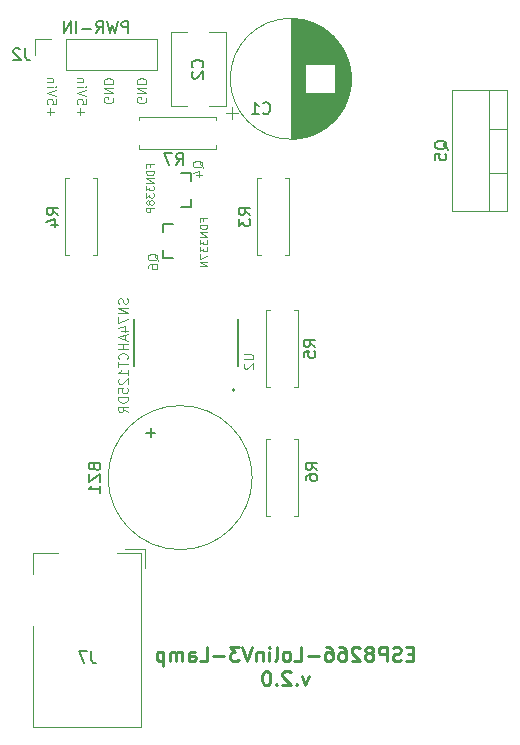
<source format=gbo>
G04 #@! TF.GenerationSoftware,KiCad,Pcbnew,5.0.2-bee76a0~70~ubuntu18.04.1*
G04 #@! TF.CreationDate,2020-02-03T20:23:13+01:00*
G04 #@! TF.ProjectId,ESP8266-LolinV3-Lamp,45535038-3236-4362-9d4c-6f6c696e5633,2.0*
G04 #@! TF.SameCoordinates,Original*
G04 #@! TF.FileFunction,Legend,Bot*
G04 #@! TF.FilePolarity,Positive*
%FSLAX46Y46*%
G04 Gerber Fmt 4.6, Leading zero omitted, Abs format (unit mm)*
G04 Created by KiCad (PCBNEW 5.0.2-bee76a0~70~ubuntu18.04.1) date lun 03 feb 2020 20:23:13 CET*
%MOMM*%
%LPD*%
G01*
G04 APERTURE LIST*
%ADD10C,0.150000*%
%ADD11C,0.120000*%
%ADD12C,0.250000*%
%ADD13C,0.200000*%
%ADD14C,0.127000*%
%ADD15C,0.203200*%
%ADD16C,0.050000*%
G04 APERTURE END LIST*
D10*
X154352285Y-50236380D02*
X154352285Y-49236380D01*
X153971333Y-49236380D01*
X153876095Y-49284000D01*
X153828476Y-49331619D01*
X153780857Y-49426857D01*
X153780857Y-49569714D01*
X153828476Y-49664952D01*
X153876095Y-49712571D01*
X153971333Y-49760190D01*
X154352285Y-49760190D01*
X153447523Y-49236380D02*
X153209428Y-50236380D01*
X153018952Y-49522095D01*
X152828476Y-50236380D01*
X152590380Y-49236380D01*
X151638000Y-50236380D02*
X151971333Y-49760190D01*
X152209428Y-50236380D02*
X152209428Y-49236380D01*
X151828476Y-49236380D01*
X151733238Y-49284000D01*
X151685619Y-49331619D01*
X151638000Y-49426857D01*
X151638000Y-49569714D01*
X151685619Y-49664952D01*
X151733238Y-49712571D01*
X151828476Y-49760190D01*
X152209428Y-49760190D01*
X151209428Y-49855428D02*
X150447523Y-49855428D01*
X149971333Y-50236380D02*
X149971333Y-49236380D01*
X149495142Y-50236380D02*
X149495142Y-49236380D01*
X148923714Y-50236380D01*
X148923714Y-49236380D01*
D11*
X147770857Y-57206952D02*
X147770857Y-56597428D01*
X147466095Y-56902190D02*
X148075619Y-56902190D01*
X148266095Y-55835523D02*
X148266095Y-56216476D01*
X147885142Y-56254571D01*
X147923238Y-56216476D01*
X147961333Y-56140285D01*
X147961333Y-55949809D01*
X147923238Y-55873619D01*
X147885142Y-55835523D01*
X147808952Y-55797428D01*
X147618476Y-55797428D01*
X147542285Y-55835523D01*
X147504190Y-55873619D01*
X147466095Y-55949809D01*
X147466095Y-56140285D01*
X147504190Y-56216476D01*
X147542285Y-56254571D01*
X148266095Y-55568857D02*
X147466095Y-55302190D01*
X148266095Y-55035523D01*
X147466095Y-54768857D02*
X147999428Y-54768857D01*
X148266095Y-54768857D02*
X148228000Y-54806952D01*
X148189904Y-54768857D01*
X148228000Y-54730761D01*
X148266095Y-54768857D01*
X148189904Y-54768857D01*
X147999428Y-54387904D02*
X147466095Y-54387904D01*
X147923238Y-54387904D02*
X147961333Y-54349809D01*
X147999428Y-54273619D01*
X147999428Y-54159333D01*
X147961333Y-54083142D01*
X147885142Y-54045047D01*
X147466095Y-54045047D01*
X150310857Y-57206952D02*
X150310857Y-56597428D01*
X150006095Y-56902190D02*
X150615619Y-56902190D01*
X150806095Y-55835523D02*
X150806095Y-56216476D01*
X150425142Y-56254571D01*
X150463238Y-56216476D01*
X150501333Y-56140285D01*
X150501333Y-55949809D01*
X150463238Y-55873619D01*
X150425142Y-55835523D01*
X150348952Y-55797428D01*
X150158476Y-55797428D01*
X150082285Y-55835523D01*
X150044190Y-55873619D01*
X150006095Y-55949809D01*
X150006095Y-56140285D01*
X150044190Y-56216476D01*
X150082285Y-56254571D01*
X150806095Y-55568857D02*
X150006095Y-55302190D01*
X150806095Y-55035523D01*
X150006095Y-54768857D02*
X150539428Y-54768857D01*
X150806095Y-54768857D02*
X150768000Y-54806952D01*
X150729904Y-54768857D01*
X150768000Y-54730761D01*
X150806095Y-54768857D01*
X150729904Y-54768857D01*
X150539428Y-54387904D02*
X150006095Y-54387904D01*
X150463238Y-54387904D02*
X150501333Y-54349809D01*
X150539428Y-54273619D01*
X150539428Y-54159333D01*
X150501333Y-54083142D01*
X150425142Y-54045047D01*
X150006095Y-54045047D01*
X155848000Y-55727523D02*
X155886095Y-55803714D01*
X155886095Y-55918000D01*
X155848000Y-56032285D01*
X155771809Y-56108476D01*
X155695619Y-56146571D01*
X155543238Y-56184666D01*
X155428952Y-56184666D01*
X155276571Y-56146571D01*
X155200380Y-56108476D01*
X155124190Y-56032285D01*
X155086095Y-55918000D01*
X155086095Y-55841809D01*
X155124190Y-55727523D01*
X155162285Y-55689428D01*
X155428952Y-55689428D01*
X155428952Y-55841809D01*
X155086095Y-55346571D02*
X155886095Y-55346571D01*
X155086095Y-54889428D01*
X155886095Y-54889428D01*
X155086095Y-54508476D02*
X155886095Y-54508476D01*
X155886095Y-54318000D01*
X155848000Y-54203714D01*
X155771809Y-54127523D01*
X155695619Y-54089428D01*
X155543238Y-54051333D01*
X155428952Y-54051333D01*
X155276571Y-54089428D01*
X155200380Y-54127523D01*
X155124190Y-54203714D01*
X155086095Y-54318000D01*
X155086095Y-54508476D01*
X153054000Y-55727523D02*
X153092095Y-55803714D01*
X153092095Y-55918000D01*
X153054000Y-56032285D01*
X152977809Y-56108476D01*
X152901619Y-56146571D01*
X152749238Y-56184666D01*
X152634952Y-56184666D01*
X152482571Y-56146571D01*
X152406380Y-56108476D01*
X152330190Y-56032285D01*
X152292095Y-55918000D01*
X152292095Y-55841809D01*
X152330190Y-55727523D01*
X152368285Y-55689428D01*
X152634952Y-55689428D01*
X152634952Y-55841809D01*
X152292095Y-55346571D02*
X153092095Y-55346571D01*
X152292095Y-54889428D01*
X153092095Y-54889428D01*
X152292095Y-54508476D02*
X153092095Y-54508476D01*
X153092095Y-54318000D01*
X153054000Y-54203714D01*
X152977809Y-54127523D01*
X152901619Y-54089428D01*
X152749238Y-54051333D01*
X152634952Y-54051333D01*
X152482571Y-54089428D01*
X152406380Y-54127523D01*
X152330190Y-54203714D01*
X152292095Y-54318000D01*
X152292095Y-54508476D01*
D12*
X178468571Y-102775285D02*
X178068571Y-102775285D01*
X177897142Y-103403857D02*
X178468571Y-103403857D01*
X178468571Y-102203857D01*
X177897142Y-102203857D01*
X177440000Y-103346714D02*
X177268571Y-103403857D01*
X176982857Y-103403857D01*
X176868571Y-103346714D01*
X176811428Y-103289571D01*
X176754285Y-103175285D01*
X176754285Y-103061000D01*
X176811428Y-102946714D01*
X176868571Y-102889571D01*
X176982857Y-102832428D01*
X177211428Y-102775285D01*
X177325714Y-102718142D01*
X177382857Y-102661000D01*
X177440000Y-102546714D01*
X177440000Y-102432428D01*
X177382857Y-102318142D01*
X177325714Y-102261000D01*
X177211428Y-102203857D01*
X176925714Y-102203857D01*
X176754285Y-102261000D01*
X176240000Y-103403857D02*
X176240000Y-102203857D01*
X175782857Y-102203857D01*
X175668571Y-102261000D01*
X175611428Y-102318142D01*
X175554285Y-102432428D01*
X175554285Y-102603857D01*
X175611428Y-102718142D01*
X175668571Y-102775285D01*
X175782857Y-102832428D01*
X176240000Y-102832428D01*
X174868571Y-102718142D02*
X174982857Y-102661000D01*
X175040000Y-102603857D01*
X175097142Y-102489571D01*
X175097142Y-102432428D01*
X175040000Y-102318142D01*
X174982857Y-102261000D01*
X174868571Y-102203857D01*
X174640000Y-102203857D01*
X174525714Y-102261000D01*
X174468571Y-102318142D01*
X174411428Y-102432428D01*
X174411428Y-102489571D01*
X174468571Y-102603857D01*
X174525714Y-102661000D01*
X174640000Y-102718142D01*
X174868571Y-102718142D01*
X174982857Y-102775285D01*
X175040000Y-102832428D01*
X175097142Y-102946714D01*
X175097142Y-103175285D01*
X175040000Y-103289571D01*
X174982857Y-103346714D01*
X174868571Y-103403857D01*
X174640000Y-103403857D01*
X174525714Y-103346714D01*
X174468571Y-103289571D01*
X174411428Y-103175285D01*
X174411428Y-102946714D01*
X174468571Y-102832428D01*
X174525714Y-102775285D01*
X174640000Y-102718142D01*
X173954285Y-102318142D02*
X173897142Y-102261000D01*
X173782857Y-102203857D01*
X173497142Y-102203857D01*
X173382857Y-102261000D01*
X173325714Y-102318142D01*
X173268571Y-102432428D01*
X173268571Y-102546714D01*
X173325714Y-102718142D01*
X174011428Y-103403857D01*
X173268571Y-103403857D01*
X172240000Y-102203857D02*
X172468571Y-102203857D01*
X172582857Y-102261000D01*
X172640000Y-102318142D01*
X172754285Y-102489571D01*
X172811428Y-102718142D01*
X172811428Y-103175285D01*
X172754285Y-103289571D01*
X172697142Y-103346714D01*
X172582857Y-103403857D01*
X172354285Y-103403857D01*
X172240000Y-103346714D01*
X172182857Y-103289571D01*
X172125714Y-103175285D01*
X172125714Y-102889571D01*
X172182857Y-102775285D01*
X172240000Y-102718142D01*
X172354285Y-102661000D01*
X172582857Y-102661000D01*
X172697142Y-102718142D01*
X172754285Y-102775285D01*
X172811428Y-102889571D01*
X171097142Y-102203857D02*
X171325714Y-102203857D01*
X171440000Y-102261000D01*
X171497142Y-102318142D01*
X171611428Y-102489571D01*
X171668571Y-102718142D01*
X171668571Y-103175285D01*
X171611428Y-103289571D01*
X171554285Y-103346714D01*
X171440000Y-103403857D01*
X171211428Y-103403857D01*
X171097142Y-103346714D01*
X171040000Y-103289571D01*
X170982857Y-103175285D01*
X170982857Y-102889571D01*
X171040000Y-102775285D01*
X171097142Y-102718142D01*
X171211428Y-102661000D01*
X171440000Y-102661000D01*
X171554285Y-102718142D01*
X171611428Y-102775285D01*
X171668571Y-102889571D01*
X170468571Y-102946714D02*
X169554285Y-102946714D01*
X168411428Y-103403857D02*
X168982857Y-103403857D01*
X168982857Y-102203857D01*
X167840000Y-103403857D02*
X167954285Y-103346714D01*
X168011428Y-103289571D01*
X168068571Y-103175285D01*
X168068571Y-102832428D01*
X168011428Y-102718142D01*
X167954285Y-102661000D01*
X167840000Y-102603857D01*
X167668571Y-102603857D01*
X167554285Y-102661000D01*
X167497142Y-102718142D01*
X167440000Y-102832428D01*
X167440000Y-103175285D01*
X167497142Y-103289571D01*
X167554285Y-103346714D01*
X167668571Y-103403857D01*
X167840000Y-103403857D01*
X166754285Y-103403857D02*
X166868571Y-103346714D01*
X166925714Y-103232428D01*
X166925714Y-102203857D01*
X166297142Y-103403857D02*
X166297142Y-102603857D01*
X166297142Y-102203857D02*
X166354285Y-102261000D01*
X166297142Y-102318142D01*
X166240000Y-102261000D01*
X166297142Y-102203857D01*
X166297142Y-102318142D01*
X165725714Y-102603857D02*
X165725714Y-103403857D01*
X165725714Y-102718142D02*
X165668571Y-102661000D01*
X165554285Y-102603857D01*
X165382857Y-102603857D01*
X165268571Y-102661000D01*
X165211428Y-102775285D01*
X165211428Y-103403857D01*
X164811428Y-102203857D02*
X164411428Y-103403857D01*
X164011428Y-102203857D01*
X163725714Y-102203857D02*
X162982857Y-102203857D01*
X163382857Y-102661000D01*
X163211428Y-102661000D01*
X163097142Y-102718142D01*
X163040000Y-102775285D01*
X162982857Y-102889571D01*
X162982857Y-103175285D01*
X163040000Y-103289571D01*
X163097142Y-103346714D01*
X163211428Y-103403857D01*
X163554285Y-103403857D01*
X163668571Y-103346714D01*
X163725714Y-103289571D01*
X162468571Y-102946714D02*
X161554285Y-102946714D01*
X160411428Y-103403857D02*
X160982857Y-103403857D01*
X160982857Y-102203857D01*
X159497142Y-103403857D02*
X159497142Y-102775285D01*
X159554285Y-102661000D01*
X159668571Y-102603857D01*
X159897142Y-102603857D01*
X160011428Y-102661000D01*
X159497142Y-103346714D02*
X159611428Y-103403857D01*
X159897142Y-103403857D01*
X160011428Y-103346714D01*
X160068571Y-103232428D01*
X160068571Y-103118142D01*
X160011428Y-103003857D01*
X159897142Y-102946714D01*
X159611428Y-102946714D01*
X159497142Y-102889571D01*
X158925714Y-103403857D02*
X158925714Y-102603857D01*
X158925714Y-102718142D02*
X158868571Y-102661000D01*
X158754285Y-102603857D01*
X158582857Y-102603857D01*
X158468571Y-102661000D01*
X158411428Y-102775285D01*
X158411428Y-103403857D01*
X158411428Y-102775285D02*
X158354285Y-102661000D01*
X158240000Y-102603857D01*
X158068571Y-102603857D01*
X157954285Y-102661000D01*
X157897142Y-102775285D01*
X157897142Y-103403857D01*
X157325714Y-102603857D02*
X157325714Y-103803857D01*
X157325714Y-102661000D02*
X157211428Y-102603857D01*
X156982857Y-102603857D01*
X156868571Y-102661000D01*
X156811428Y-102718142D01*
X156754285Y-102832428D01*
X156754285Y-103175285D01*
X156811428Y-103289571D01*
X156868571Y-103346714D01*
X156982857Y-103403857D01*
X157211428Y-103403857D01*
X157325714Y-103346714D01*
X169640000Y-104653857D02*
X169354285Y-105453857D01*
X169068571Y-104653857D01*
X168611428Y-105339571D02*
X168554285Y-105396714D01*
X168611428Y-105453857D01*
X168668571Y-105396714D01*
X168611428Y-105339571D01*
X168611428Y-105453857D01*
X168097142Y-104368142D02*
X168040000Y-104311000D01*
X167925714Y-104253857D01*
X167640000Y-104253857D01*
X167525714Y-104311000D01*
X167468571Y-104368142D01*
X167411428Y-104482428D01*
X167411428Y-104596714D01*
X167468571Y-104768142D01*
X168154285Y-105453857D01*
X167411428Y-105453857D01*
X166897142Y-105339571D02*
X166840000Y-105396714D01*
X166897142Y-105453857D01*
X166954285Y-105396714D01*
X166897142Y-105339571D01*
X166897142Y-105453857D01*
X166097142Y-104253857D02*
X165982857Y-104253857D01*
X165868571Y-104311000D01*
X165811428Y-104368142D01*
X165754285Y-104482428D01*
X165697142Y-104711000D01*
X165697142Y-104996714D01*
X165754285Y-105225285D01*
X165811428Y-105339571D01*
X165868571Y-105396714D01*
X165982857Y-105453857D01*
X166097142Y-105453857D01*
X166211428Y-105396714D01*
X166268571Y-105339571D01*
X166325714Y-105225285D01*
X166382857Y-104996714D01*
X166382857Y-104711000D01*
X166325714Y-104482428D01*
X166268571Y-104368142D01*
X166211428Y-104311000D01*
X166097142Y-104253857D01*
D13*
G04 #@! TO.C,U2*
X163358000Y-80454000D02*
G75*
G03X163358000Y-80454000I-100000J0D01*
G01*
D14*
X163688000Y-78454000D02*
X163688000Y-74454000D01*
X154828000Y-78454000D02*
X154828000Y-74454000D01*
D11*
G04 #@! TO.C,J7*
X146276000Y-100450000D02*
X146276000Y-108950000D01*
X146276000Y-108950000D02*
X155476000Y-108950000D01*
X155476000Y-108950000D02*
X155476000Y-94250000D01*
X148376000Y-94250000D02*
X146276000Y-94250000D01*
X146276000Y-94250000D02*
X146276000Y-96050000D01*
X154076000Y-93950000D02*
X155776000Y-93950000D01*
X155776000Y-93950000D02*
X155776000Y-95550000D01*
X155476000Y-94250000D02*
X153376000Y-94250000D01*
G04 #@! TO.C,C1*
X173228000Y-54102000D02*
G75*
G03X173228000Y-54102000I-5120000J0D01*
G01*
X168108000Y-59182000D02*
X168108000Y-49022000D01*
X168148000Y-59182000D02*
X168148000Y-49022000D01*
X168188000Y-59182000D02*
X168188000Y-49022000D01*
X168228000Y-59181000D02*
X168228000Y-49023000D01*
X168268000Y-59180000D02*
X168268000Y-49024000D01*
X168308000Y-59179000D02*
X168308000Y-49025000D01*
X168348000Y-59177000D02*
X168348000Y-49027000D01*
X168388000Y-59175000D02*
X168388000Y-49029000D01*
X168428000Y-59172000D02*
X168428000Y-49032000D01*
X168468000Y-59170000D02*
X168468000Y-49034000D01*
X168508000Y-59167000D02*
X168508000Y-49037000D01*
X168548000Y-59164000D02*
X168548000Y-49040000D01*
X168588000Y-59160000D02*
X168588000Y-49044000D01*
X168628000Y-59156000D02*
X168628000Y-49048000D01*
X168668000Y-59152000D02*
X168668000Y-49052000D01*
X168708000Y-59147000D02*
X168708000Y-49057000D01*
X168748000Y-59142000D02*
X168748000Y-49062000D01*
X168788000Y-59137000D02*
X168788000Y-49067000D01*
X168829000Y-59132000D02*
X168829000Y-49072000D01*
X168869000Y-59126000D02*
X168869000Y-49078000D01*
X168909000Y-59120000D02*
X168909000Y-49084000D01*
X168949000Y-59113000D02*
X168949000Y-49091000D01*
X168989000Y-59106000D02*
X168989000Y-49098000D01*
X169029000Y-59099000D02*
X169029000Y-49105000D01*
X169069000Y-59092000D02*
X169069000Y-49112000D01*
X169109000Y-59084000D02*
X169109000Y-49120000D01*
X169149000Y-59076000D02*
X169149000Y-49128000D01*
X169189000Y-59067000D02*
X169189000Y-49137000D01*
X169229000Y-59058000D02*
X169229000Y-49146000D01*
X169269000Y-59049000D02*
X169269000Y-49155000D01*
X169309000Y-59040000D02*
X169309000Y-49164000D01*
X169349000Y-59030000D02*
X169349000Y-49174000D01*
X169389000Y-59020000D02*
X169389000Y-55343000D01*
X169389000Y-52861000D02*
X169389000Y-49184000D01*
X169429000Y-59009000D02*
X169429000Y-55343000D01*
X169429000Y-52861000D02*
X169429000Y-49195000D01*
X169469000Y-58999000D02*
X169469000Y-55343000D01*
X169469000Y-52861000D02*
X169469000Y-49205000D01*
X169509000Y-58987000D02*
X169509000Y-55343000D01*
X169509000Y-52861000D02*
X169509000Y-49217000D01*
X169549000Y-58976000D02*
X169549000Y-55343000D01*
X169549000Y-52861000D02*
X169549000Y-49228000D01*
X169589000Y-58964000D02*
X169589000Y-55343000D01*
X169589000Y-52861000D02*
X169589000Y-49240000D01*
X169629000Y-58952000D02*
X169629000Y-55343000D01*
X169629000Y-52861000D02*
X169629000Y-49252000D01*
X169669000Y-58939000D02*
X169669000Y-55343000D01*
X169669000Y-52861000D02*
X169669000Y-49265000D01*
X169709000Y-58926000D02*
X169709000Y-55343000D01*
X169709000Y-52861000D02*
X169709000Y-49278000D01*
X169749000Y-58913000D02*
X169749000Y-55343000D01*
X169749000Y-52861000D02*
X169749000Y-49291000D01*
X169789000Y-58899000D02*
X169789000Y-55343000D01*
X169789000Y-52861000D02*
X169789000Y-49305000D01*
X169829000Y-58885000D02*
X169829000Y-55343000D01*
X169829000Y-52861000D02*
X169829000Y-49319000D01*
X169869000Y-58870000D02*
X169869000Y-55343000D01*
X169869000Y-52861000D02*
X169869000Y-49334000D01*
X169909000Y-58856000D02*
X169909000Y-55343000D01*
X169909000Y-52861000D02*
X169909000Y-49348000D01*
X169949000Y-58840000D02*
X169949000Y-55343000D01*
X169949000Y-52861000D02*
X169949000Y-49364000D01*
X169989000Y-58825000D02*
X169989000Y-55343000D01*
X169989000Y-52861000D02*
X169989000Y-49379000D01*
X170029000Y-58809000D02*
X170029000Y-55343000D01*
X170029000Y-52861000D02*
X170029000Y-49395000D01*
X170069000Y-58792000D02*
X170069000Y-55343000D01*
X170069000Y-52861000D02*
X170069000Y-49412000D01*
X170109000Y-58776000D02*
X170109000Y-55343000D01*
X170109000Y-52861000D02*
X170109000Y-49428000D01*
X170149000Y-58759000D02*
X170149000Y-55343000D01*
X170149000Y-52861000D02*
X170149000Y-49445000D01*
X170189000Y-58741000D02*
X170189000Y-55343000D01*
X170189000Y-52861000D02*
X170189000Y-49463000D01*
X170229000Y-58723000D02*
X170229000Y-55343000D01*
X170229000Y-52861000D02*
X170229000Y-49481000D01*
X170269000Y-58705000D02*
X170269000Y-55343000D01*
X170269000Y-52861000D02*
X170269000Y-49499000D01*
X170309000Y-58686000D02*
X170309000Y-55343000D01*
X170309000Y-52861000D02*
X170309000Y-49518000D01*
X170349000Y-58666000D02*
X170349000Y-55343000D01*
X170349000Y-52861000D02*
X170349000Y-49538000D01*
X170389000Y-58647000D02*
X170389000Y-55343000D01*
X170389000Y-52861000D02*
X170389000Y-49557000D01*
X170429000Y-58627000D02*
X170429000Y-55343000D01*
X170429000Y-52861000D02*
X170429000Y-49577000D01*
X170469000Y-58606000D02*
X170469000Y-55343000D01*
X170469000Y-52861000D02*
X170469000Y-49598000D01*
X170509000Y-58585000D02*
X170509000Y-55343000D01*
X170509000Y-52861000D02*
X170509000Y-49619000D01*
X170549000Y-58564000D02*
X170549000Y-55343000D01*
X170549000Y-52861000D02*
X170549000Y-49640000D01*
X170589000Y-58542000D02*
X170589000Y-55343000D01*
X170589000Y-52861000D02*
X170589000Y-49662000D01*
X170629000Y-58519000D02*
X170629000Y-55343000D01*
X170629000Y-52861000D02*
X170629000Y-49685000D01*
X170669000Y-58497000D02*
X170669000Y-55343000D01*
X170669000Y-52861000D02*
X170669000Y-49707000D01*
X170709000Y-58473000D02*
X170709000Y-55343000D01*
X170709000Y-52861000D02*
X170709000Y-49731000D01*
X170749000Y-58449000D02*
X170749000Y-55343000D01*
X170749000Y-52861000D02*
X170749000Y-49755000D01*
X170789000Y-58425000D02*
X170789000Y-55343000D01*
X170789000Y-52861000D02*
X170789000Y-49779000D01*
X170829000Y-58400000D02*
X170829000Y-55343000D01*
X170829000Y-52861000D02*
X170829000Y-49804000D01*
X170869000Y-58375000D02*
X170869000Y-55343000D01*
X170869000Y-52861000D02*
X170869000Y-49829000D01*
X170909000Y-58349000D02*
X170909000Y-55343000D01*
X170909000Y-52861000D02*
X170909000Y-49855000D01*
X170949000Y-58323000D02*
X170949000Y-55343000D01*
X170949000Y-52861000D02*
X170949000Y-49881000D01*
X170989000Y-58296000D02*
X170989000Y-55343000D01*
X170989000Y-52861000D02*
X170989000Y-49908000D01*
X171029000Y-58268000D02*
X171029000Y-55343000D01*
X171029000Y-52861000D02*
X171029000Y-49936000D01*
X171069000Y-58240000D02*
X171069000Y-55343000D01*
X171069000Y-52861000D02*
X171069000Y-49964000D01*
X171109000Y-58212000D02*
X171109000Y-55343000D01*
X171109000Y-52861000D02*
X171109000Y-49992000D01*
X171149000Y-58182000D02*
X171149000Y-55343000D01*
X171149000Y-52861000D02*
X171149000Y-50022000D01*
X171189000Y-58152000D02*
X171189000Y-55343000D01*
X171189000Y-52861000D02*
X171189000Y-50052000D01*
X171229000Y-58122000D02*
X171229000Y-55343000D01*
X171229000Y-52861000D02*
X171229000Y-50082000D01*
X171269000Y-58091000D02*
X171269000Y-55343000D01*
X171269000Y-52861000D02*
X171269000Y-50113000D01*
X171309000Y-58059000D02*
X171309000Y-55343000D01*
X171309000Y-52861000D02*
X171309000Y-50145000D01*
X171349000Y-58027000D02*
X171349000Y-55343000D01*
X171349000Y-52861000D02*
X171349000Y-50177000D01*
X171389000Y-57994000D02*
X171389000Y-55343000D01*
X171389000Y-52861000D02*
X171389000Y-50210000D01*
X171429000Y-57960000D02*
X171429000Y-55343000D01*
X171429000Y-52861000D02*
X171429000Y-50244000D01*
X171469000Y-57926000D02*
X171469000Y-55343000D01*
X171469000Y-52861000D02*
X171469000Y-50278000D01*
X171509000Y-57891000D02*
X171509000Y-55343000D01*
X171509000Y-52861000D02*
X171509000Y-50313000D01*
X171549000Y-57855000D02*
X171549000Y-55343000D01*
X171549000Y-52861000D02*
X171549000Y-50349000D01*
X171589000Y-57818000D02*
X171589000Y-55343000D01*
X171589000Y-52861000D02*
X171589000Y-50386000D01*
X171629000Y-57781000D02*
X171629000Y-55343000D01*
X171629000Y-52861000D02*
X171629000Y-50423000D01*
X171669000Y-57742000D02*
X171669000Y-55343000D01*
X171669000Y-52861000D02*
X171669000Y-50462000D01*
X171709000Y-57703000D02*
X171709000Y-55343000D01*
X171709000Y-52861000D02*
X171709000Y-50501000D01*
X171749000Y-57663000D02*
X171749000Y-55343000D01*
X171749000Y-52861000D02*
X171749000Y-50541000D01*
X171789000Y-57622000D02*
X171789000Y-55343000D01*
X171789000Y-52861000D02*
X171789000Y-50582000D01*
X171829000Y-57580000D02*
X171829000Y-55343000D01*
X171829000Y-52861000D02*
X171829000Y-50624000D01*
X171869000Y-57538000D02*
X171869000Y-50666000D01*
X171909000Y-57494000D02*
X171909000Y-50710000D01*
X171949000Y-57449000D02*
X171949000Y-50755000D01*
X171989000Y-57403000D02*
X171989000Y-50801000D01*
X172029000Y-57356000D02*
X172029000Y-50848000D01*
X172069000Y-57308000D02*
X172069000Y-50896000D01*
X172109000Y-57258000D02*
X172109000Y-50946000D01*
X172149000Y-57208000D02*
X172149000Y-50996000D01*
X172189000Y-57156000D02*
X172189000Y-51048000D01*
X172229000Y-57102000D02*
X172229000Y-51102000D01*
X172269000Y-57047000D02*
X172269000Y-51157000D01*
X172309000Y-56991000D02*
X172309000Y-51213000D01*
X172349000Y-56932000D02*
X172349000Y-51272000D01*
X172389000Y-56872000D02*
X172389000Y-51332000D01*
X172429000Y-56811000D02*
X172429000Y-51393000D01*
X172469000Y-56747000D02*
X172469000Y-51457000D01*
X172509000Y-56681000D02*
X172509000Y-51523000D01*
X172549000Y-56612000D02*
X172549000Y-51592000D01*
X172589000Y-56541000D02*
X172589000Y-51663000D01*
X172629000Y-56467000D02*
X172629000Y-51737000D01*
X172669000Y-56391000D02*
X172669000Y-51813000D01*
X172709000Y-56311000D02*
X172709000Y-51893000D01*
X172749000Y-56227000D02*
X172749000Y-51977000D01*
X172789000Y-56139000D02*
X172789000Y-52065000D01*
X172829000Y-56046000D02*
X172829000Y-52158000D01*
X172869000Y-55948000D02*
X172869000Y-52256000D01*
X172909000Y-55844000D02*
X172909000Y-52360000D01*
X172949000Y-55732000D02*
X172949000Y-52472000D01*
X172989000Y-55612000D02*
X172989000Y-52592000D01*
X173029000Y-55480000D02*
X173029000Y-52724000D01*
X173069000Y-55332000D02*
X173069000Y-52872000D01*
X173109000Y-55164000D02*
X173109000Y-53040000D01*
X173149000Y-54964000D02*
X173149000Y-53240000D01*
X173189000Y-54701000D02*
X173189000Y-53503000D01*
X162628354Y-56977000D02*
X163628354Y-56977000D01*
X163128354Y-57477000D02*
X163128354Y-56477000D01*
G04 #@! TO.C,C2*
X157953000Y-50180000D02*
X157953000Y-56420000D01*
X162595000Y-50180000D02*
X162595000Y-56420000D01*
X157953000Y-50180000D02*
X159349000Y-50180000D01*
X161199000Y-50180000D02*
X162595000Y-50180000D01*
X157953000Y-56420000D02*
X159349000Y-56420000D01*
X161199000Y-56420000D02*
X162595000Y-56420000D01*
G04 #@! TO.C,R7*
X161766000Y-57634000D02*
X161766000Y-57304000D01*
X161766000Y-57304000D02*
X155226000Y-57304000D01*
X155226000Y-57304000D02*
X155226000Y-57634000D01*
X161766000Y-59714000D02*
X161766000Y-60044000D01*
X161766000Y-60044000D02*
X155226000Y-60044000D01*
X155226000Y-60044000D02*
X155226000Y-59714000D01*
G04 #@! TO.C,R5*
X166016000Y-73692000D02*
X166346000Y-73692000D01*
X166016000Y-80232000D02*
X166016000Y-73692000D01*
X166346000Y-80232000D02*
X166016000Y-80232000D01*
X168756000Y-73692000D02*
X168426000Y-73692000D01*
X168756000Y-80232000D02*
X168756000Y-73692000D01*
X168426000Y-80232000D02*
X168756000Y-80232000D01*
G04 #@! TO.C,R6*
X166346000Y-84614000D02*
X166016000Y-84614000D01*
X166016000Y-84614000D02*
X166016000Y-91154000D01*
X166016000Y-91154000D02*
X166346000Y-91154000D01*
X168426000Y-84614000D02*
X168756000Y-84614000D01*
X168756000Y-84614000D02*
X168756000Y-91154000D01*
X168756000Y-91154000D02*
X168426000Y-91154000D01*
G04 #@! TO.C,R4*
X151738000Y-69056000D02*
X151408000Y-69056000D01*
X151738000Y-62516000D02*
X151738000Y-69056000D01*
X151408000Y-62516000D02*
X151738000Y-62516000D01*
X148998000Y-69056000D02*
X149328000Y-69056000D01*
X148998000Y-62516000D02*
X148998000Y-69056000D01*
X149328000Y-62516000D02*
X148998000Y-62516000D01*
G04 #@! TO.C,R3*
X165584000Y-62516000D02*
X165254000Y-62516000D01*
X165254000Y-62516000D02*
X165254000Y-69056000D01*
X165254000Y-69056000D02*
X165584000Y-69056000D01*
X167664000Y-62516000D02*
X167994000Y-62516000D01*
X167994000Y-62516000D02*
X167994000Y-69056000D01*
X167994000Y-69056000D02*
X167664000Y-69056000D01*
G04 #@! TO.C,Q5*
X186404000Y-65318000D02*
X186404000Y-55078000D01*
X181763000Y-65318000D02*
X181763000Y-55078000D01*
X186404000Y-65318000D02*
X181763000Y-65318000D01*
X186404000Y-55078000D02*
X181763000Y-55078000D01*
X184894000Y-65318000D02*
X184894000Y-55078000D01*
X186404000Y-62048000D02*
X184894000Y-62048000D01*
X186404000Y-58347000D02*
X184894000Y-58347000D01*
G04 #@! TO.C,BZ1*
X164850000Y-87874000D02*
G75*
G03X164850000Y-87874000I-6100000J0D01*
G01*
G04 #@! TO.C,J2*
X146498000Y-50740000D02*
X146498000Y-52070000D01*
X147828000Y-50740000D02*
X146498000Y-50740000D01*
X149098000Y-50740000D02*
X149098000Y-53400000D01*
X149098000Y-53400000D02*
X156778000Y-53400000D01*
X149098000Y-50740000D02*
X156778000Y-50740000D01*
X156778000Y-50740000D02*
X156778000Y-53400000D01*
D15*
G04 #@! TO.C,Q6*
X158140400Y-66395600D02*
X157327600Y-66395600D01*
X157327600Y-66395600D02*
X157327600Y-67054400D01*
X157327600Y-69240400D02*
X158140400Y-69240400D01*
X157327600Y-68581600D02*
X157327600Y-69240400D01*
G04 #@! TO.C,Q4*
X158851600Y-64922400D02*
X159664400Y-64922400D01*
X159664400Y-64922400D02*
X159664400Y-64263600D01*
X159664400Y-62077600D02*
X158851600Y-62077600D01*
X159664400Y-62736400D02*
X159664400Y-62077600D01*
G04 #@! TO.C,U2*
D16*
X164127904Y-77412476D02*
X164775523Y-77412476D01*
X164851714Y-77450571D01*
X164889809Y-77488666D01*
X164927904Y-77564857D01*
X164927904Y-77717238D01*
X164889809Y-77793428D01*
X164851714Y-77831523D01*
X164775523Y-77869619D01*
X164127904Y-77869619D01*
X164204095Y-78212476D02*
X164166000Y-78250571D01*
X164127904Y-78326761D01*
X164127904Y-78517238D01*
X164166000Y-78593428D01*
X164204095Y-78631523D01*
X164280285Y-78669619D01*
X164356476Y-78669619D01*
X164470761Y-78631523D01*
X164927904Y-78174380D01*
X164927904Y-78669619D01*
X154273809Y-72694952D02*
X154311904Y-72809238D01*
X154311904Y-72999714D01*
X154273809Y-73075904D01*
X154235714Y-73114000D01*
X154159523Y-73152095D01*
X154083333Y-73152095D01*
X154007142Y-73114000D01*
X153969047Y-73075904D01*
X153930952Y-72999714D01*
X153892857Y-72847333D01*
X153854761Y-72771142D01*
X153816666Y-72733047D01*
X153740476Y-72694952D01*
X153664285Y-72694952D01*
X153588095Y-72733047D01*
X153550000Y-72771142D01*
X153511904Y-72847333D01*
X153511904Y-73037809D01*
X153550000Y-73152095D01*
X154311904Y-73494952D02*
X153511904Y-73494952D01*
X154311904Y-73952095D01*
X153511904Y-73952095D01*
X153511904Y-74256857D02*
X153511904Y-74790190D01*
X154311904Y-74447333D01*
X153778571Y-75437809D02*
X154311904Y-75437809D01*
X153473809Y-75247333D02*
X154045238Y-75056857D01*
X154045238Y-75552095D01*
X154083333Y-75818761D02*
X154083333Y-76199714D01*
X154311904Y-75742571D02*
X153511904Y-76009238D01*
X154311904Y-76275904D01*
X154311904Y-76542571D02*
X153511904Y-76542571D01*
X153892857Y-76542571D02*
X153892857Y-76999714D01*
X154311904Y-76999714D02*
X153511904Y-76999714D01*
X154235714Y-77837809D02*
X154273809Y-77799714D01*
X154311904Y-77685428D01*
X154311904Y-77609238D01*
X154273809Y-77494952D01*
X154197619Y-77418761D01*
X154121428Y-77380666D01*
X153969047Y-77342571D01*
X153854761Y-77342571D01*
X153702380Y-77380666D01*
X153626190Y-77418761D01*
X153550000Y-77494952D01*
X153511904Y-77609238D01*
X153511904Y-77685428D01*
X153550000Y-77799714D01*
X153588095Y-77837809D01*
X153511904Y-78066380D02*
X153511904Y-78523523D01*
X154311904Y-78294952D02*
X153511904Y-78294952D01*
X154311904Y-79209238D02*
X154311904Y-78752095D01*
X154311904Y-78980666D02*
X153511904Y-78980666D01*
X153626190Y-78904476D01*
X153702380Y-78828285D01*
X153740476Y-78752095D01*
X153588095Y-79514000D02*
X153550000Y-79552095D01*
X153511904Y-79628285D01*
X153511904Y-79818761D01*
X153550000Y-79894952D01*
X153588095Y-79933047D01*
X153664285Y-79971142D01*
X153740476Y-79971142D01*
X153854761Y-79933047D01*
X154311904Y-79475904D01*
X154311904Y-79971142D01*
X153511904Y-80694952D02*
X153511904Y-80314000D01*
X153892857Y-80275904D01*
X153854761Y-80314000D01*
X153816666Y-80390190D01*
X153816666Y-80580666D01*
X153854761Y-80656857D01*
X153892857Y-80694952D01*
X153969047Y-80733047D01*
X154159523Y-80733047D01*
X154235714Y-80694952D01*
X154273809Y-80656857D01*
X154311904Y-80580666D01*
X154311904Y-80390190D01*
X154273809Y-80314000D01*
X154235714Y-80275904D01*
X154311904Y-81075904D02*
X153511904Y-81075904D01*
X153511904Y-81266380D01*
X153550000Y-81380666D01*
X153626190Y-81456857D01*
X153702380Y-81494952D01*
X153854761Y-81533047D01*
X153969047Y-81533047D01*
X154121428Y-81494952D01*
X154197619Y-81456857D01*
X154273809Y-81380666D01*
X154311904Y-81266380D01*
X154311904Y-81075904D01*
X154311904Y-82333047D02*
X153930952Y-82066380D01*
X154311904Y-81875904D02*
X153511904Y-81875904D01*
X153511904Y-82180666D01*
X153550000Y-82256857D01*
X153588095Y-82294952D01*
X153664285Y-82333047D01*
X153778571Y-82333047D01*
X153854761Y-82294952D01*
X153892857Y-82256857D01*
X153930952Y-82180666D01*
X153930952Y-81875904D01*
G04 #@! TO.C,J7*
D10*
X151209333Y-102576380D02*
X151209333Y-103290666D01*
X151256952Y-103433523D01*
X151352190Y-103528761D01*
X151495047Y-103576380D01*
X151590285Y-103576380D01*
X150828380Y-102576380D02*
X150161714Y-102576380D01*
X150590285Y-103576380D01*
G04 #@! TO.C,C1*
X165774666Y-56999142D02*
X165822285Y-57046761D01*
X165965142Y-57094380D01*
X166060380Y-57094380D01*
X166203238Y-57046761D01*
X166298476Y-56951523D01*
X166346095Y-56856285D01*
X166393714Y-56665809D01*
X166393714Y-56522952D01*
X166346095Y-56332476D01*
X166298476Y-56237238D01*
X166203238Y-56142000D01*
X166060380Y-56094380D01*
X165965142Y-56094380D01*
X165822285Y-56142000D01*
X165774666Y-56189619D01*
X164822285Y-57094380D02*
X165393714Y-57094380D01*
X165108000Y-57094380D02*
X165108000Y-56094380D01*
X165203238Y-56237238D01*
X165298476Y-56332476D01*
X165393714Y-56380095D01*
G04 #@! TO.C,C2*
X160631142Y-53133333D02*
X160678761Y-53085714D01*
X160726380Y-52942857D01*
X160726380Y-52847619D01*
X160678761Y-52704761D01*
X160583523Y-52609523D01*
X160488285Y-52561904D01*
X160297809Y-52514285D01*
X160154952Y-52514285D01*
X159964476Y-52561904D01*
X159869238Y-52609523D01*
X159774000Y-52704761D01*
X159726380Y-52847619D01*
X159726380Y-52942857D01*
X159774000Y-53085714D01*
X159821619Y-53133333D01*
X159821619Y-53514285D02*
X159774000Y-53561904D01*
X159726380Y-53657142D01*
X159726380Y-53895238D01*
X159774000Y-53990476D01*
X159821619Y-54038095D01*
X159916857Y-54085714D01*
X160012095Y-54085714D01*
X160154952Y-54038095D01*
X160726380Y-53466666D01*
X160726380Y-54085714D01*
G04 #@! TO.C,R7*
X158408666Y-61412380D02*
X158742000Y-60936190D01*
X158980095Y-61412380D02*
X158980095Y-60412380D01*
X158599142Y-60412380D01*
X158503904Y-60460000D01*
X158456285Y-60507619D01*
X158408666Y-60602857D01*
X158408666Y-60745714D01*
X158456285Y-60840952D01*
X158503904Y-60888571D01*
X158599142Y-60936190D01*
X158980095Y-60936190D01*
X158075333Y-60412380D02*
X157408666Y-60412380D01*
X157837238Y-61412380D01*
G04 #@! TO.C,R5*
X170208380Y-76795333D02*
X169732190Y-76462000D01*
X170208380Y-76223904D02*
X169208380Y-76223904D01*
X169208380Y-76604857D01*
X169256000Y-76700095D01*
X169303619Y-76747714D01*
X169398857Y-76795333D01*
X169541714Y-76795333D01*
X169636952Y-76747714D01*
X169684571Y-76700095D01*
X169732190Y-76604857D01*
X169732190Y-76223904D01*
X169208380Y-77700095D02*
X169208380Y-77223904D01*
X169684571Y-77176285D01*
X169636952Y-77223904D01*
X169589333Y-77319142D01*
X169589333Y-77557238D01*
X169636952Y-77652476D01*
X169684571Y-77700095D01*
X169779809Y-77747714D01*
X170017904Y-77747714D01*
X170113142Y-77700095D01*
X170160761Y-77652476D01*
X170208380Y-77557238D01*
X170208380Y-77319142D01*
X170160761Y-77223904D01*
X170113142Y-77176285D01*
G04 #@! TO.C,R6*
X170378380Y-87209333D02*
X169902190Y-86876000D01*
X170378380Y-86637904D02*
X169378380Y-86637904D01*
X169378380Y-87018857D01*
X169426000Y-87114095D01*
X169473619Y-87161714D01*
X169568857Y-87209333D01*
X169711714Y-87209333D01*
X169806952Y-87161714D01*
X169854571Y-87114095D01*
X169902190Y-87018857D01*
X169902190Y-86637904D01*
X169378380Y-88066476D02*
X169378380Y-87876000D01*
X169426000Y-87780761D01*
X169473619Y-87733142D01*
X169616476Y-87637904D01*
X169806952Y-87590285D01*
X170187904Y-87590285D01*
X170283142Y-87637904D01*
X170330761Y-87685523D01*
X170378380Y-87780761D01*
X170378380Y-87971238D01*
X170330761Y-88066476D01*
X170283142Y-88114095D01*
X170187904Y-88161714D01*
X169949809Y-88161714D01*
X169854571Y-88114095D01*
X169806952Y-88066476D01*
X169759333Y-87971238D01*
X169759333Y-87780761D01*
X169806952Y-87685523D01*
X169854571Y-87637904D01*
X169949809Y-87590285D01*
G04 #@! TO.C,R4*
X148450380Y-65619333D02*
X147974190Y-65286000D01*
X148450380Y-65047904D02*
X147450380Y-65047904D01*
X147450380Y-65428857D01*
X147498000Y-65524095D01*
X147545619Y-65571714D01*
X147640857Y-65619333D01*
X147783714Y-65619333D01*
X147878952Y-65571714D01*
X147926571Y-65524095D01*
X147974190Y-65428857D01*
X147974190Y-65047904D01*
X147783714Y-66476476D02*
X148450380Y-66476476D01*
X147402761Y-66238380D02*
X148117047Y-66000285D01*
X148117047Y-66619333D01*
G04 #@! TO.C,R3*
X164706380Y-65619333D02*
X164230190Y-65286000D01*
X164706380Y-65047904D02*
X163706380Y-65047904D01*
X163706380Y-65428857D01*
X163754000Y-65524095D01*
X163801619Y-65571714D01*
X163896857Y-65619333D01*
X164039714Y-65619333D01*
X164134952Y-65571714D01*
X164182571Y-65524095D01*
X164230190Y-65428857D01*
X164230190Y-65047904D01*
X163706380Y-65952666D02*
X163706380Y-66571714D01*
X164087333Y-66238380D01*
X164087333Y-66381238D01*
X164134952Y-66476476D01*
X164182571Y-66524095D01*
X164277809Y-66571714D01*
X164515904Y-66571714D01*
X164611142Y-66524095D01*
X164658761Y-66476476D01*
X164706380Y-66381238D01*
X164706380Y-66095523D01*
X164658761Y-66000285D01*
X164611142Y-65952666D01*
G04 #@! TO.C,Q5*
X181395619Y-60102761D02*
X181348000Y-60007523D01*
X181252761Y-59912285D01*
X181109904Y-59769428D01*
X181062285Y-59674190D01*
X181062285Y-59578952D01*
X181300380Y-59626571D02*
X181252761Y-59531333D01*
X181157523Y-59436095D01*
X180967047Y-59388476D01*
X180633714Y-59388476D01*
X180443238Y-59436095D01*
X180348000Y-59531333D01*
X180300380Y-59626571D01*
X180300380Y-59817047D01*
X180348000Y-59912285D01*
X180443238Y-60007523D01*
X180633714Y-60055142D01*
X180967047Y-60055142D01*
X181157523Y-60007523D01*
X181252761Y-59912285D01*
X181300380Y-59817047D01*
X181300380Y-59626571D01*
X180300380Y-60959904D02*
X180300380Y-60483714D01*
X180776571Y-60436095D01*
X180728952Y-60483714D01*
X180681333Y-60578952D01*
X180681333Y-60817047D01*
X180728952Y-60912285D01*
X180776571Y-60959904D01*
X180871809Y-61007523D01*
X181109904Y-61007523D01*
X181205142Y-60959904D01*
X181252761Y-60912285D01*
X181300380Y-60817047D01*
X181300380Y-60578952D01*
X181252761Y-60483714D01*
X181205142Y-60436095D01*
G04 #@! TO.C,BZ1*
X151478571Y-86993047D02*
X151526190Y-87135904D01*
X151573809Y-87183523D01*
X151669047Y-87231142D01*
X151811904Y-87231142D01*
X151907142Y-87183523D01*
X151954761Y-87135904D01*
X152002380Y-87040666D01*
X152002380Y-86659714D01*
X151002380Y-86659714D01*
X151002380Y-86993047D01*
X151050000Y-87088285D01*
X151097619Y-87135904D01*
X151192857Y-87183523D01*
X151288095Y-87183523D01*
X151383333Y-87135904D01*
X151430952Y-87088285D01*
X151478571Y-86993047D01*
X151478571Y-86659714D01*
X151002380Y-87564476D02*
X151002380Y-88231142D01*
X152002380Y-87564476D01*
X152002380Y-88231142D01*
X152002380Y-89135904D02*
X152002380Y-88564476D01*
X152002380Y-88850190D02*
X151002380Y-88850190D01*
X151145238Y-88754952D01*
X151240476Y-88659714D01*
X151288095Y-88564476D01*
X156281428Y-83683047D02*
X156281428Y-84444952D01*
X156662380Y-84064000D02*
X155900476Y-84064000D01*
G04 #@! TO.C,J2*
X145621333Y-51522380D02*
X145621333Y-52236666D01*
X145668952Y-52379523D01*
X145764190Y-52474761D01*
X145907047Y-52522380D01*
X146002285Y-52522380D01*
X145192761Y-51617619D02*
X145145142Y-51570000D01*
X145049904Y-51522380D01*
X144811809Y-51522380D01*
X144716571Y-51570000D01*
X144668952Y-51617619D01*
X144621333Y-51712857D01*
X144621333Y-51808095D01*
X144668952Y-51950952D01*
X145240380Y-52522380D01*
X144621333Y-52522380D01*
G04 #@! TO.C,Q6*
D16*
X156902263Y-69519780D02*
X156864153Y-69443560D01*
X156787933Y-69367340D01*
X156673604Y-69253011D01*
X156635494Y-69176791D01*
X156635494Y-69100571D01*
X156826043Y-69138681D02*
X156787933Y-69062462D01*
X156711714Y-68986242D01*
X156559274Y-68948132D01*
X156292505Y-68948132D01*
X156140066Y-68986242D01*
X156063846Y-69062462D01*
X156025736Y-69138681D01*
X156025736Y-69291121D01*
X156063846Y-69367340D01*
X156140066Y-69443560D01*
X156292505Y-69481670D01*
X156559274Y-69481670D01*
X156711714Y-69443560D01*
X156787933Y-69367340D01*
X156826043Y-69291121D01*
X156826043Y-69138681D01*
X156025736Y-70167647D02*
X156025736Y-70015208D01*
X156063846Y-69938988D01*
X156101956Y-69900878D01*
X156216285Y-69824659D01*
X156368725Y-69786549D01*
X156673604Y-69786549D01*
X156749823Y-69824659D01*
X156787933Y-69862769D01*
X156826043Y-69938988D01*
X156826043Y-70091428D01*
X156787933Y-70167647D01*
X156749823Y-70205757D01*
X156673604Y-70243867D01*
X156483054Y-70243867D01*
X156406835Y-70205757D01*
X156368725Y-70167647D01*
X156330615Y-70091428D01*
X156330615Y-69938988D01*
X156368725Y-69862769D01*
X156406835Y-69824659D01*
X156483054Y-69786549D01*
X160714819Y-66129232D02*
X160714819Y-65915591D01*
X161050542Y-65915591D02*
X160409617Y-65915591D01*
X160409617Y-66220793D01*
X161050542Y-66464955D02*
X160409617Y-66464955D01*
X160409617Y-66617556D01*
X160440137Y-66709117D01*
X160501177Y-66770157D01*
X160562218Y-66800678D01*
X160684299Y-66831198D01*
X160775860Y-66831198D01*
X160897941Y-66800678D01*
X160958981Y-66770157D01*
X161020022Y-66709117D01*
X161050542Y-66617556D01*
X161050542Y-66464955D01*
X161050542Y-67105880D02*
X160409617Y-67105880D01*
X161050542Y-67472123D01*
X160409617Y-67472123D01*
X160409617Y-67716285D02*
X160409617Y-68113048D01*
X160653779Y-67899406D01*
X160653779Y-67990967D01*
X160684299Y-68052007D01*
X160714819Y-68082528D01*
X160775860Y-68113048D01*
X160928461Y-68113048D01*
X160989501Y-68082528D01*
X161020022Y-68052007D01*
X161050542Y-67990967D01*
X161050542Y-67807845D01*
X161020022Y-67746805D01*
X160989501Y-67716285D01*
X160409617Y-68326689D02*
X160409617Y-68723453D01*
X160653779Y-68509811D01*
X160653779Y-68601372D01*
X160684299Y-68662412D01*
X160714819Y-68692932D01*
X160775860Y-68723453D01*
X160928461Y-68723453D01*
X160989501Y-68692932D01*
X161020022Y-68662412D01*
X161050542Y-68601372D01*
X161050542Y-68418250D01*
X161020022Y-68357210D01*
X160989501Y-68326689D01*
X160409617Y-68937094D02*
X160409617Y-69364378D01*
X161050542Y-69089695D01*
X161050542Y-69608539D02*
X160409617Y-69608539D01*
X161050542Y-69974782D01*
X160409617Y-69974782D01*
G04 #@! TO.C,Q4*
X160712108Y-61645807D02*
X160674012Y-61569614D01*
X160597819Y-61493421D01*
X160483530Y-61379132D01*
X160445433Y-61302939D01*
X160445433Y-61226747D01*
X160635915Y-61264843D02*
X160597819Y-61188650D01*
X160521626Y-61112457D01*
X160369240Y-61074361D01*
X160102566Y-61074361D01*
X159950180Y-61112457D01*
X159873988Y-61188650D01*
X159835891Y-61264843D01*
X159835891Y-61417228D01*
X159873988Y-61493421D01*
X159950180Y-61569614D01*
X160102566Y-61607710D01*
X160369240Y-61607710D01*
X160521626Y-61569614D01*
X160597819Y-61493421D01*
X160635915Y-61417228D01*
X160635915Y-61264843D01*
X160102566Y-62293445D02*
X160635915Y-62293445D01*
X159797795Y-62102963D02*
X160369240Y-61912481D01*
X160369240Y-62407734D01*
X156184491Y-61571352D02*
X156184491Y-61357625D01*
X156520347Y-61357625D02*
X155879167Y-61357625D01*
X155879167Y-61662949D01*
X156520347Y-61907208D02*
X155879167Y-61907208D01*
X155879167Y-62059870D01*
X155909700Y-62151467D01*
X155970764Y-62212532D01*
X156031829Y-62243064D01*
X156153959Y-62273597D01*
X156245556Y-62273597D01*
X156367685Y-62243064D01*
X156428750Y-62212532D01*
X156489815Y-62151467D01*
X156520347Y-62059870D01*
X156520347Y-61907208D01*
X156520347Y-62548388D02*
X155879167Y-62548388D01*
X156520347Y-62914777D01*
X155879167Y-62914777D01*
X155879167Y-63159036D02*
X155879167Y-63555957D01*
X156123426Y-63342230D01*
X156123426Y-63433827D01*
X156153959Y-63494892D01*
X156184491Y-63525424D01*
X156245556Y-63555957D01*
X156398218Y-63555957D01*
X156459282Y-63525424D01*
X156489815Y-63494892D01*
X156520347Y-63433827D01*
X156520347Y-63250633D01*
X156489815Y-63189568D01*
X156459282Y-63159036D01*
X155879167Y-63769683D02*
X155879167Y-64166604D01*
X156123426Y-63952878D01*
X156123426Y-64044475D01*
X156153959Y-64105540D01*
X156184491Y-64136072D01*
X156245556Y-64166604D01*
X156398218Y-64166604D01*
X156459282Y-64136072D01*
X156489815Y-64105540D01*
X156520347Y-64044475D01*
X156520347Y-63861281D01*
X156489815Y-63800216D01*
X156459282Y-63769683D01*
X156153959Y-64532993D02*
X156123426Y-64471928D01*
X156092894Y-64441396D01*
X156031829Y-64410863D01*
X156001297Y-64410863D01*
X155940232Y-64441396D01*
X155909700Y-64471928D01*
X155879167Y-64532993D01*
X155879167Y-64655123D01*
X155909700Y-64716187D01*
X155940232Y-64746720D01*
X156001297Y-64777252D01*
X156031829Y-64777252D01*
X156092894Y-64746720D01*
X156123426Y-64716187D01*
X156153959Y-64655123D01*
X156153959Y-64532993D01*
X156184491Y-64471928D01*
X156215023Y-64441396D01*
X156276088Y-64410863D01*
X156398218Y-64410863D01*
X156459282Y-64441396D01*
X156489815Y-64471928D01*
X156520347Y-64532993D01*
X156520347Y-64655123D01*
X156489815Y-64716187D01*
X156459282Y-64746720D01*
X156398218Y-64777252D01*
X156276088Y-64777252D01*
X156215023Y-64746720D01*
X156184491Y-64716187D01*
X156153959Y-64655123D01*
X156520347Y-65052043D02*
X155879167Y-65052043D01*
X155879167Y-65296303D01*
X155909700Y-65357367D01*
X155940232Y-65387900D01*
X156001297Y-65418432D01*
X156092894Y-65418432D01*
X156153959Y-65387900D01*
X156184491Y-65357367D01*
X156215023Y-65296303D01*
X156215023Y-65052043D01*
G04 #@! TD*
M02*

</source>
